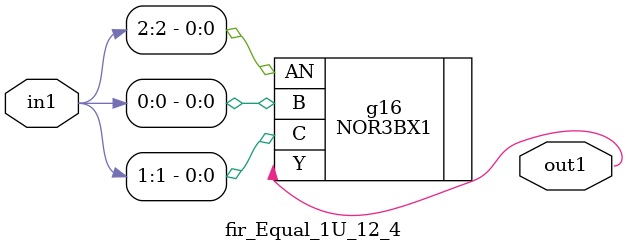
<source format=v>
`timescale 1ps / 1ps


module fir_Equal_1U_12_4(in1, out1);
  input [2:0] in1;
  output out1;
  wire [2:0] in1;
  wire out1;
  NOR3BX1 g16(.AN (in1[2]), .B (in1[0]), .C (in1[1]), .Y (out1));
endmodule



</source>
